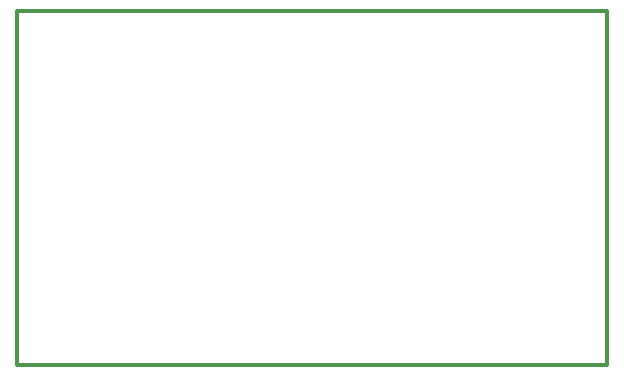
<source format=gbr>
G04 #@! TF.GenerationSoftware,KiCad,Pcbnew,(5.1.2-1)-1*
G04 #@! TF.CreationDate,2021-06-24T11:17:02+03:00*
G04 #@! TF.ProjectId,OEP-1,4f45502d-312e-46b6-9963-61645f706362,rev?*
G04 #@! TF.SameCoordinates,Original*
G04 #@! TF.FileFunction,Profile,NP*
%FSLAX46Y46*%
G04 Gerber Fmt 4.6, Leading zero omitted, Abs format (unit mm)*
G04 Created by KiCad (PCBNEW (5.1.2-1)-1) date 2021-06-24 11:17:02*
%MOMM*%
%LPD*%
G04 APERTURE LIST*
%ADD10C,0.300000*%
G04 APERTURE END LIST*
D10*
X100000000Y-177000000D02*
X100000000Y-147000000D01*
X150000000Y-177000000D02*
X100000000Y-177000000D01*
X150000000Y-147000000D02*
X150000000Y-177000000D01*
X100000000Y-147000000D02*
X150000000Y-147000000D01*
M02*

</source>
